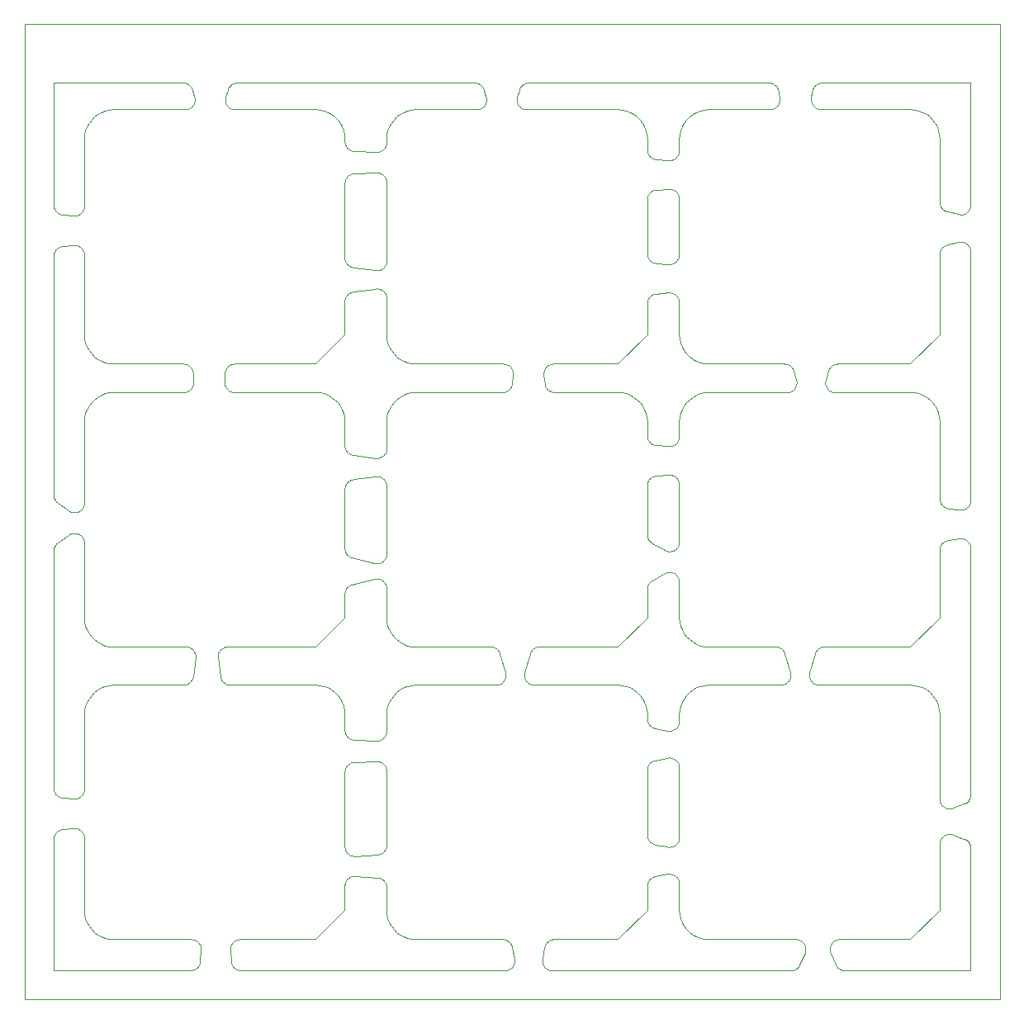
<source format=gko>
%MOIN*%
%OFA0B0*%
%FSLAX44Y44*%
%IPPOS*%
%LPD*%
%ADD10C,0*%
D10*
X00039390Y00000042D02*
X00039390Y00000042D01*
X00039390Y00039412D01*
X00000020Y00039412D01*
X00000020Y00000042D01*
X00039390Y00000042D01*
X00014637Y00009269D02*
X00014637Y00009269D01*
X00014637Y00006292D01*
X00014635Y00006263D01*
X00014632Y00006233D01*
X00014627Y00006204D01*
X00014619Y00006176D01*
X00014609Y00006148D01*
X00014597Y00006121D01*
X00014583Y00006095D01*
X00014568Y00006070D01*
X00014550Y00006046D01*
X00014531Y00006024D01*
X00014510Y00006003D01*
X00014487Y00005984D01*
X00014463Y00005966D01*
X00014438Y00005951D01*
X00014412Y00005937D01*
X00014385Y00005925D01*
X00014357Y00005916D01*
X00014329Y00005908D01*
X00014300Y00005903D01*
X00014270Y00005900D01*
X00013369Y00005837D01*
X00013337Y00005836D01*
X00013304Y00005838D01*
X00013272Y00005842D01*
X00013241Y00005849D01*
X00013210Y00005858D01*
X00013180Y00005870D01*
X00013151Y00005885D01*
X00013124Y00005902D01*
X00013098Y00005921D01*
X00013073Y00005942D01*
X00013050Y00005965D01*
X00013030Y00005989D01*
X00013011Y00006016D01*
X00012995Y00006044D01*
X00012981Y00006073D01*
X00012969Y00006103D01*
X00012960Y00006134D01*
X00012953Y00006165D01*
X00012949Y00006197D01*
X00012948Y00006230D01*
X00012948Y00009240D01*
X00012949Y00009270D01*
X00012953Y00009300D01*
X00012958Y00009330D01*
X00012966Y00009359D01*
X00012977Y00009388D01*
X00012989Y00009415D01*
X00013004Y00009442D01*
X00013020Y00009467D01*
X00013039Y00009491D01*
X00013059Y00009514D01*
X00013081Y00009535D01*
X00013104Y00009554D01*
X00013129Y00009571D01*
X00013155Y00009587D01*
X00013182Y00009600D01*
X00013210Y00009611D01*
X00013239Y00009620D01*
X00013269Y00009627D01*
X00013299Y00009631D01*
X00013329Y00009633D01*
X00014230Y00009663D01*
X00014261Y00009663D01*
X00014293Y00009660D01*
X00014324Y00009655D01*
X00014355Y00009647D01*
X00014384Y00009637D01*
X00014413Y00009624D01*
X00014441Y00009609D01*
X00014468Y00009592D01*
X00014493Y00009573D01*
X00014517Y00009552D01*
X00014538Y00009530D01*
X00014558Y00009505D01*
X00014576Y00009479D01*
X00014592Y00009452D01*
X00014605Y00009423D01*
X00014616Y00009394D01*
X00014625Y00009363D01*
X00014631Y00009332D01*
X00014635Y00009301D01*
X00014637Y00009269D01*
X00023972Y00014290D02*
X00023972Y00014290D01*
X00025153Y00015472D01*
X00025153Y00016619D01*
X00025153Y00016640D01*
X00025155Y00016661D01*
X00025158Y00016681D01*
X00025161Y00016702D01*
X00025166Y00016722D01*
X00025172Y00016742D01*
X00025179Y00016762D01*
X00025187Y00016781D01*
X00025197Y00016800D01*
X00025207Y00016818D01*
X00025218Y00016836D01*
X00025230Y00016853D01*
X00025242Y00016869D01*
X00025256Y00016885D01*
X00025270Y00016900D01*
X00025286Y00016914D01*
X00025302Y00016927D01*
X00025318Y00016940D01*
X00025336Y00016952D01*
X00025354Y00016962D01*
X00025861Y00017247D01*
X00025898Y00017265D01*
X00025936Y00017280D01*
X00025976Y00017290D01*
X00026016Y00017296D01*
X00026057Y00017297D01*
X00026098Y00017295D01*
X00026139Y00017288D01*
X00026178Y00017277D01*
X00026216Y00017262D01*
X00026253Y00017244D01*
X00026287Y00017221D01*
X00026319Y00017195D01*
X00026348Y00017166D01*
X00026373Y00017134D01*
X00026395Y00017100D01*
X00026414Y00017063D01*
X00026428Y00017025D01*
X00026439Y00016985D01*
X00026445Y00016945D01*
X00026448Y00016904D01*
X00026448Y00015472D01*
X00026460Y00015303D01*
X00026495Y00015139D01*
X00026554Y00014981D01*
X00026635Y00014833D01*
X00026736Y00014698D01*
X00026855Y00014579D01*
X00026990Y00014478D01*
X00027138Y00014397D01*
X00027296Y00014338D01*
X00027461Y00014302D01*
X00027629Y00014290D01*
X00030330Y00014290D01*
X00030356Y00014290D01*
X00030381Y00014287D01*
X00030406Y00014283D01*
X00030431Y00014277D01*
X00030455Y00014270D01*
X00030479Y00014261D01*
X00030502Y00014251D01*
X00030525Y00014239D01*
X00030546Y00014226D01*
X00030567Y00014211D01*
X00030587Y00014195D01*
X00030606Y00014178D01*
X00030623Y00014160D01*
X00030640Y00014140D01*
X00030655Y00014120D01*
X00030668Y00014098D01*
X00030681Y00014076D01*
X00030692Y00014053D01*
X00030701Y00014029D01*
X00030709Y00014005D01*
X00030925Y00013250D01*
X00030933Y00013215D01*
X00030938Y00013179D01*
X00030940Y00013142D01*
X00030939Y00013106D01*
X00030934Y00013070D01*
X00030925Y00013034D01*
X00030914Y00013000D01*
X00030899Y00012967D01*
X00030881Y00012935D01*
X00030861Y00012905D01*
X00030838Y00012877D01*
X00030812Y00012851D01*
X00030784Y00012828D01*
X00030754Y00012807D01*
X00030722Y00012789D01*
X00030689Y00012775D01*
X00030654Y00012763D01*
X00030619Y00012755D01*
X00030583Y00012750D01*
X00030547Y00012748D01*
X00027629Y00012748D01*
X00027461Y00012736D01*
X00027296Y00012700D01*
X00027138Y00012641D01*
X00026990Y00012560D01*
X00026855Y00012459D01*
X00026736Y00012340D01*
X00026635Y00012205D01*
X00026554Y00012057D01*
X00026495Y00011900D01*
X00026460Y00011735D01*
X00026448Y00011567D01*
X00026448Y00011286D01*
X00026446Y00011252D01*
X00026441Y00011218D01*
X00026434Y00011184D01*
X00026423Y00011151D01*
X00026410Y00011119D01*
X00026394Y00011088D01*
X00026375Y00011059D01*
X00026354Y00011032D01*
X00026330Y00011006D01*
X00026305Y00010983D01*
X00026277Y00010962D01*
X00026248Y00010944D01*
X00026217Y00010928D01*
X00026185Y00010915D01*
X00026152Y00010905D01*
X00026118Y00010898D01*
X00026084Y00010894D01*
X00026049Y00010893D01*
X00026014Y00010895D01*
X00025980Y00010900D01*
X00025473Y00010997D01*
X00025446Y00011003D01*
X00025420Y00011010D01*
X00025395Y00011020D01*
X00025370Y00011031D01*
X00025346Y00011044D01*
X00025323Y00011059D01*
X00025301Y00011075D01*
X00025280Y00011093D01*
X00025261Y00011112D01*
X00025243Y00011132D01*
X00025226Y00011154D01*
X00025211Y00011176D01*
X00025198Y00011200D01*
X00025186Y00011225D01*
X00025176Y00011250D01*
X00025168Y00011276D01*
X00025161Y00011302D01*
X00025156Y00011329D01*
X00025154Y00011356D01*
X00025153Y00011383D01*
X00025153Y00011567D01*
X00025141Y00011735D01*
X00025105Y00011900D01*
X00025046Y00012057D01*
X00024965Y00012205D01*
X00024864Y00012340D01*
X00024745Y00012459D01*
X00024610Y00012560D01*
X00024462Y00012641D01*
X00024304Y00012700D01*
X00024140Y00012736D01*
X00023972Y00012748D01*
X00020591Y00012748D01*
X00020555Y00012750D01*
X00020519Y00012755D01*
X00020483Y00012763D01*
X00020449Y00012775D01*
X00020415Y00012789D01*
X00020384Y00012807D01*
X00020354Y00012828D01*
X00020326Y00012851D01*
X00020300Y00012877D01*
X00020277Y00012905D01*
X00020256Y00012935D01*
X00020238Y00012967D01*
X00020224Y00013000D01*
X00020212Y00013034D01*
X00020204Y00013070D01*
X00020199Y00013106D01*
X00020197Y00013142D01*
X00020199Y00013179D01*
X00020204Y00013215D01*
X00020213Y00013250D01*
X00020429Y00014005D01*
X00020437Y00014029D01*
X00020446Y00014053D01*
X00020457Y00014076D01*
X00020469Y00014098D01*
X00020483Y00014120D01*
X00020498Y00014140D01*
X00020514Y00014160D01*
X00020532Y00014178D01*
X00020551Y00014195D01*
X00020570Y00014211D01*
X00020591Y00014226D01*
X00020613Y00014239D01*
X00020635Y00014251D01*
X00020659Y00014261D01*
X00020682Y00014270D01*
X00020707Y00014277D01*
X00020732Y00014283D01*
X00020757Y00014287D01*
X00020782Y00014290D01*
X00020807Y00014290D01*
X00023972Y00014290D01*
X00001201Y00037050D02*
X00001201Y00037050D01*
X00006421Y00037050D01*
X00006446Y00037049D01*
X00006472Y00037047D01*
X00006497Y00037043D01*
X00006522Y00037037D01*
X00006546Y00037030D01*
X00006570Y00037021D01*
X00006593Y00037010D01*
X00006616Y00036999D01*
X00006637Y00036985D01*
X00006658Y00036971D01*
X00006678Y00036955D01*
X00006697Y00036937D01*
X00006714Y00036919D01*
X00006730Y00036900D01*
X00006746Y00036879D01*
X00006759Y00036858D01*
X00006772Y00036836D01*
X00006782Y00036813D01*
X00006792Y00036789D01*
X00006799Y00036765D01*
X00006882Y00036478D01*
X00006890Y00036443D01*
X00006895Y00036407D01*
X00006897Y00036371D01*
X00006895Y00036334D01*
X00006890Y00036298D01*
X00006882Y00036263D01*
X00006870Y00036228D01*
X00006856Y00036195D01*
X00006838Y00036163D01*
X00006818Y00036133D01*
X00006794Y00036105D01*
X00006769Y00036079D01*
X00006741Y00036056D01*
X00006711Y00036035D01*
X00006679Y00036018D01*
X00006646Y00036003D01*
X00006611Y00035991D01*
X00006576Y00035983D01*
X00006539Y00035978D01*
X00006503Y00035976D01*
X00003613Y00035976D01*
X00003445Y00035964D01*
X00003280Y00035928D01*
X00003122Y00035870D01*
X00002974Y00035789D01*
X00002839Y00035688D01*
X00002720Y00035569D01*
X00002619Y00035434D01*
X00002539Y00035286D01*
X00002480Y00035128D01*
X00002444Y00034963D01*
X00002432Y00034795D01*
X00002432Y00032080D01*
X00002430Y00032047D01*
X00002426Y00032015D01*
X00002420Y00031983D01*
X00002410Y00031951D01*
X00002398Y00031921D01*
X00002384Y00031892D01*
X00002367Y00031864D01*
X00002348Y00031837D01*
X00002327Y00031812D01*
X00002304Y00031789D01*
X00002279Y00031768D01*
X00002252Y00031749D01*
X00002224Y00031733D01*
X00002195Y00031719D01*
X00002164Y00031707D01*
X00002133Y00031698D01*
X00002101Y00031691D01*
X00002068Y00031687D01*
X00002036Y00031686D01*
X00002003Y00031688D01*
X00001560Y00031727D01*
X00001531Y00031731D01*
X00001502Y00031737D01*
X00001474Y00031745D01*
X00001447Y00031755D01*
X00001420Y00031767D01*
X00001394Y00031781D01*
X00001370Y00031796D01*
X00001347Y00031814D01*
X00001325Y00031833D01*
X00001304Y00031854D01*
X00001285Y00031876D01*
X00001268Y00031900D01*
X00001253Y00031924D01*
X00001239Y00031950D01*
X00001228Y00031977D01*
X00001218Y00032005D01*
X00001211Y00032033D01*
X00001205Y00032061D01*
X00001202Y00032090D01*
X00001201Y00032120D01*
X00001201Y00037050D01*
X00038209Y00037050D02*
X00038209Y00037050D01*
X00038209Y00032123D01*
X00038207Y00032088D01*
X00038202Y00032052D01*
X00038194Y00032017D01*
X00038183Y00031984D01*
X00038169Y00031951D01*
X00038152Y00031919D01*
X00038132Y00031890D01*
X00038110Y00031862D01*
X00038085Y00031836D01*
X00038058Y00031813D01*
X00038029Y00031792D01*
X00037998Y00031774D01*
X00037965Y00031759D01*
X00037932Y00031747D01*
X00037897Y00031738D01*
X00037862Y00031732D01*
X00037826Y00031730D01*
X00037791Y00031730D01*
X00037755Y00031734D01*
X00037720Y00031741D01*
X00037262Y00031855D01*
X00037237Y00031862D01*
X00037213Y00031871D01*
X00037189Y00031882D01*
X00037165Y00031894D01*
X00037143Y00031907D01*
X00037122Y00031922D01*
X00037101Y00031938D01*
X00037082Y00031956D01*
X00037064Y00031975D01*
X00037047Y00031995D01*
X00037032Y00032016D01*
X00037018Y00032038D01*
X00037005Y00032061D01*
X00036994Y00032085D01*
X00036985Y00032109D01*
X00036977Y00032134D01*
X00036971Y00032159D01*
X00036967Y00032185D01*
X00036965Y00032211D01*
X00036964Y00032237D01*
X00036964Y00034795D01*
X00036952Y00034963D01*
X00036916Y00035128D01*
X00036857Y00035286D01*
X00036776Y00035434D01*
X00036675Y00035569D01*
X00036556Y00035688D01*
X00036421Y00035789D01*
X00036273Y00035870D01*
X00036115Y00035928D01*
X00035951Y00035964D01*
X00035783Y00035976D01*
X00032171Y00035976D01*
X00032137Y00035978D01*
X00032104Y00035982D01*
X00032072Y00035989D01*
X00032040Y00035999D01*
X00032009Y00036011D01*
X00031979Y00036026D01*
X00031951Y00036044D01*
X00031924Y00036063D01*
X00031899Y00036085D01*
X00031876Y00036109D01*
X00031855Y00036135D01*
X00031836Y00036163D01*
X00031820Y00036192D01*
X00031806Y00036222D01*
X00031795Y00036254D01*
X00031786Y00036286D01*
X00031780Y00036319D01*
X00031777Y00036352D01*
X00031777Y00036386D01*
X00031780Y00036419D01*
X00031816Y00036705D01*
X00031820Y00036733D01*
X00031827Y00036761D01*
X00031836Y00036788D01*
X00031846Y00036814D01*
X00031858Y00036840D01*
X00031873Y00036865D01*
X00031889Y00036888D01*
X00031906Y00036911D01*
X00031925Y00036932D01*
X00031946Y00036951D01*
X00031968Y00036969D01*
X00031991Y00036986D01*
X00032016Y00037001D01*
X00032041Y00037013D01*
X00032067Y00037024D01*
X00032094Y00037034D01*
X00032122Y00037041D01*
X00032150Y00037046D01*
X00032178Y00037049D01*
X00032207Y00037050D01*
X00038209Y00037050D01*
X00038209Y00001223D02*
X00038209Y00001223D01*
X00033122Y00001223D01*
X00033100Y00001224D01*
X00033077Y00001226D01*
X00033054Y00001229D01*
X00033032Y00001234D01*
X00033009Y00001240D01*
X00032988Y00001247D01*
X00032966Y00001255D01*
X00032946Y00001265D01*
X00032925Y00001276D01*
X00032906Y00001288D01*
X00032887Y00001301D01*
X00032869Y00001315D01*
X00032852Y00001331D01*
X00032836Y00001347D01*
X00032821Y00001364D01*
X00032806Y00001382D01*
X00032793Y00001401D01*
X00032781Y00001420D01*
X00032770Y00001441D01*
X00032761Y00001461D01*
X00032559Y00001930D01*
X00032546Y00001967D01*
X00032536Y00002004D01*
X00032530Y00002043D01*
X00032527Y00002082D01*
X00032529Y00002120D01*
X00032534Y00002159D01*
X00032543Y00002197D01*
X00032556Y00002234D01*
X00032572Y00002269D01*
X00032592Y00002302D01*
X00032615Y00002334D01*
X00032641Y00002363D01*
X00032670Y00002389D01*
X00032701Y00002412D01*
X00032734Y00002432D01*
X00032769Y00002449D01*
X00032806Y00002462D01*
X00032844Y00002472D01*
X00032882Y00002478D01*
X00032921Y00002479D01*
X00035783Y00002479D01*
X00036964Y00003661D01*
X00036964Y00006333D01*
X00036965Y00006371D01*
X00036971Y00006408D01*
X00036980Y00006445D01*
X00036992Y00006481D01*
X00037008Y00006515D01*
X00037027Y00006548D01*
X00037050Y00006578D01*
X00037075Y00006607D01*
X00037102Y00006633D01*
X00037132Y00006656D01*
X00037164Y00006676D01*
X00037198Y00006693D01*
X00037233Y00006707D01*
X00037270Y00006717D01*
X00037307Y00006723D01*
X00037345Y00006726D01*
X00037383Y00006726D01*
X00037420Y00006722D01*
X00037457Y00006714D01*
X00037493Y00006702D01*
X00037951Y00006534D01*
X00037973Y00006525D01*
X00037995Y00006515D01*
X00038016Y00006503D01*
X00038036Y00006490D01*
X00038056Y00006476D01*
X00038074Y00006461D01*
X00038092Y00006445D01*
X00038108Y00006427D01*
X00038124Y00006409D01*
X00038138Y00006390D01*
X00038151Y00006370D01*
X00038163Y00006349D01*
X00038174Y00006327D01*
X00038183Y00006305D01*
X00038191Y00006282D01*
X00038197Y00006259D01*
X00038202Y00006236D01*
X00038206Y00006212D01*
X00038208Y00006188D01*
X00038209Y00006164D01*
X00038209Y00001223D01*
X00019407Y00001223D02*
X00019407Y00001223D01*
X00008750Y00001223D01*
X00008720Y00001224D01*
X00008690Y00001228D01*
X00008661Y00001233D01*
X00008632Y00001241D01*
X00008604Y00001251D01*
X00008577Y00001263D01*
X00008551Y00001277D01*
X00008526Y00001293D01*
X00008502Y00001311D01*
X00008480Y00001330D01*
X00008459Y00001351D01*
X00008440Y00001374D01*
X00008422Y00001398D01*
X00008407Y00001424D01*
X00008393Y00001450D01*
X00008381Y00001477D01*
X00008372Y00001506D01*
X00008365Y00001534D01*
X00008360Y00001564D01*
X00008357Y00001593D01*
X00008329Y00002062D01*
X00008328Y00002094D01*
X00008330Y00002126D01*
X00008335Y00002158D01*
X00008342Y00002189D01*
X00008351Y00002220D01*
X00008364Y00002250D01*
X00008378Y00002278D01*
X00008395Y00002306D01*
X00008414Y00002331D01*
X00008435Y00002356D01*
X00008458Y00002378D01*
X00008483Y00002399D01*
X00008509Y00002417D01*
X00008537Y00002433D01*
X00008566Y00002447D01*
X00008595Y00002459D01*
X00008626Y00002468D01*
X00008658Y00002474D01*
X00008690Y00002478D01*
X00008722Y00002479D01*
X00011767Y00002479D01*
X00012948Y00003661D01*
X00012948Y00004643D01*
X00012949Y00004675D01*
X00012953Y00004707D01*
X00012960Y00004739D01*
X00012969Y00004770D01*
X00012981Y00004800D01*
X00012995Y00004829D01*
X00013011Y00004857D01*
X00013030Y00004883D01*
X00013050Y00004908D01*
X00013073Y00004931D01*
X00013098Y00004952D01*
X00013124Y00004971D01*
X00013151Y00004987D01*
X00013180Y00005002D01*
X00013210Y00005014D01*
X00013241Y00005023D01*
X00013272Y00005030D01*
X00013304Y00005035D01*
X00013337Y00005036D01*
X00013369Y00005036D01*
X00014270Y00004973D01*
X00014300Y00004970D01*
X00014329Y00004964D01*
X00014357Y00004957D01*
X00014385Y00004947D01*
X00014412Y00004935D01*
X00014438Y00004922D01*
X00014463Y00004906D01*
X00014487Y00004889D01*
X00014510Y00004869D01*
X00014531Y00004849D01*
X00014550Y00004826D01*
X00014568Y00004802D01*
X00014583Y00004777D01*
X00014597Y00004751D01*
X00014609Y00004724D01*
X00014619Y00004696D01*
X00014627Y00004668D01*
X00014632Y00004639D01*
X00014635Y00004610D01*
X00014637Y00004580D01*
X00014637Y00003661D01*
X00014649Y00003492D01*
X00014684Y00003328D01*
X00014743Y00003170D01*
X00014824Y00003022D01*
X00014925Y00002887D01*
X00015044Y00002768D01*
X00015179Y00002667D01*
X00015327Y00002586D01*
X00015485Y00002527D01*
X00015650Y00002491D01*
X00015818Y00002479D01*
X00019321Y00002479D01*
X00019348Y00002478D01*
X00019376Y00002476D01*
X00019403Y00002471D01*
X00019429Y00002464D01*
X00019455Y00002456D01*
X00019481Y00002446D01*
X00019505Y00002434D01*
X00019529Y00002420D01*
X00019552Y00002405D01*
X00019573Y00002388D01*
X00019594Y00002370D01*
X00019613Y00002350D01*
X00019630Y00002329D01*
X00019647Y00002307D01*
X00019661Y00002284D01*
X00019674Y00002260D01*
X00019685Y00002235D01*
X00019695Y00002209D01*
X00019703Y00002183D01*
X00019708Y00002156D01*
X00019794Y00001687D01*
X00019799Y00001653D01*
X00019800Y00001619D01*
X00019799Y00001584D01*
X00019795Y00001550D01*
X00019787Y00001517D01*
X00019777Y00001484D01*
X00019764Y00001452D01*
X00019748Y00001421D01*
X00019730Y00001392D01*
X00019709Y00001365D01*
X00019686Y00001339D01*
X00019660Y00001316D01*
X00019633Y00001295D01*
X00019604Y00001276D01*
X00019574Y00001260D01*
X00019542Y00001247D01*
X00019509Y00001237D01*
X00019475Y00001229D01*
X00019441Y00001225D01*
X00019407Y00001223D01*
X00006722Y00001223D02*
X00006722Y00001223D01*
X00001201Y00001223D01*
X00001201Y00006528D01*
X00001202Y00006557D01*
X00001205Y00006586D01*
X00001211Y00006615D01*
X00001218Y00006643D01*
X00001228Y00006671D01*
X00001239Y00006697D01*
X00001253Y00006723D01*
X00001268Y00006748D01*
X00001285Y00006772D01*
X00001304Y00006794D01*
X00001325Y00006815D01*
X00001347Y00006834D01*
X00001370Y00006851D01*
X00001394Y00006867D01*
X00001420Y00006881D01*
X00001447Y00006893D01*
X00001474Y00006903D01*
X00001502Y00006911D01*
X00001531Y00006917D01*
X00001560Y00006920D01*
X00002003Y00006960D01*
X00002036Y00006962D01*
X00002068Y00006960D01*
X00002101Y00006957D01*
X00002133Y00006950D01*
X00002164Y00006941D01*
X00002195Y00006929D01*
X00002224Y00006915D01*
X00002252Y00006898D01*
X00002279Y00006879D01*
X00002304Y00006858D01*
X00002327Y00006835D01*
X00002348Y00006810D01*
X00002367Y00006784D01*
X00002384Y00006756D01*
X00002398Y00006727D01*
X00002410Y00006696D01*
X00002420Y00006665D01*
X00002426Y00006633D01*
X00002430Y00006600D01*
X00002432Y00006568D01*
X00002432Y00003661D01*
X00002444Y00003492D01*
X00002480Y00003328D01*
X00002539Y00003170D01*
X00002619Y00003022D01*
X00002720Y00002887D01*
X00002839Y00002768D01*
X00002974Y00002667D01*
X00003122Y00002586D01*
X00003280Y00002527D01*
X00003445Y00002491D01*
X00003613Y00002479D01*
X00006750Y00002479D01*
X00006782Y00002478D01*
X00006814Y00002474D01*
X00006845Y00002468D01*
X00006876Y00002459D01*
X00006906Y00002447D01*
X00006935Y00002433D01*
X00006963Y00002417D01*
X00006989Y00002399D01*
X00007014Y00002378D01*
X00007036Y00002356D01*
X00007057Y00002331D01*
X00007076Y00002306D01*
X00007093Y00002278D01*
X00007108Y00002250D01*
X00007120Y00002220D01*
X00007130Y00002189D01*
X00007137Y00002158D01*
X00007141Y00002126D01*
X00007143Y00002094D01*
X00007143Y00002062D01*
X00007115Y00001593D01*
X00007112Y00001564D01*
X00007107Y00001534D01*
X00007100Y00001506D01*
X00007090Y00001477D01*
X00007078Y00001450D01*
X00007065Y00001424D01*
X00007049Y00001398D01*
X00007032Y00001374D01*
X00007013Y00001351D01*
X00006992Y00001330D01*
X00006969Y00001311D01*
X00006946Y00001293D01*
X00006921Y00001277D01*
X00006894Y00001263D01*
X00006867Y00001251D01*
X00006839Y00001241D01*
X00006810Y00001233D01*
X00006781Y00001228D01*
X00006752Y00001224D01*
X00006722Y00001223D01*
X00011767Y00025708D02*
X00011767Y00025708D01*
X00012948Y00026889D01*
X00012948Y00028226D01*
X00012949Y00028254D01*
X00012952Y00028282D01*
X00012957Y00028310D01*
X00012964Y00028337D01*
X00012973Y00028364D01*
X00012984Y00028390D01*
X00012997Y00028415D01*
X00013011Y00028439D01*
X00013027Y00028463D01*
X00013045Y00028485D01*
X00013064Y00028505D01*
X00013085Y00028524D01*
X00013107Y00028542D01*
X00013131Y00028558D01*
X00013155Y00028572D01*
X00013180Y00028585D01*
X00013207Y00028595D01*
X00013233Y00028604D01*
X00013261Y00028611D01*
X00013289Y00028616D01*
X00014190Y00028738D01*
X00014223Y00028741D01*
X00014257Y00028741D01*
X00014290Y00028739D01*
X00014323Y00028733D01*
X00014356Y00028725D01*
X00014388Y00028714D01*
X00014418Y00028700D01*
X00014448Y00028684D01*
X00014476Y00028665D01*
X00014502Y00028644D01*
X00014526Y00028621D01*
X00014548Y00028596D01*
X00014568Y00028569D01*
X00014586Y00028541D01*
X00014601Y00028511D01*
X00014614Y00028480D01*
X00014624Y00028448D01*
X00014631Y00028415D01*
X00014635Y00028382D01*
X00014637Y00028348D01*
X00014637Y00026889D01*
X00014649Y00026721D01*
X00014684Y00026556D01*
X00014743Y00026398D01*
X00014824Y00026250D01*
X00014925Y00026115D01*
X00015044Y00025996D01*
X00015179Y00025895D01*
X00015327Y00025815D01*
X00015485Y00025756D01*
X00015650Y00025720D01*
X00015818Y00025708D01*
X00019351Y00025708D01*
X00019384Y00025706D01*
X00019417Y00025702D01*
X00019450Y00025695D01*
X00019481Y00025686D01*
X00019512Y00025673D01*
X00019542Y00025658D01*
X00019570Y00025641D01*
X00019597Y00025621D01*
X00019622Y00025600D01*
X00019645Y00025576D01*
X00019666Y00025550D01*
X00019685Y00025523D01*
X00019701Y00025494D01*
X00019715Y00025464D01*
X00019726Y00025432D01*
X00019735Y00025400D01*
X00019741Y00025368D01*
X00019744Y00025335D01*
X00019744Y00025301D01*
X00019742Y00025268D01*
X00019700Y00024907D01*
X00019695Y00024879D01*
X00019689Y00024851D01*
X00019680Y00024823D01*
X00019670Y00024797D01*
X00019658Y00024771D01*
X00019644Y00024746D01*
X00019628Y00024722D01*
X00019610Y00024700D01*
X00019591Y00024678D01*
X00019570Y00024658D01*
X00019548Y00024640D01*
X00019525Y00024624D01*
X00019500Y00024609D01*
X00019475Y00024596D01*
X00019449Y00024585D01*
X00019421Y00024575D01*
X00019394Y00024568D01*
X00019366Y00024563D01*
X00019337Y00024560D01*
X00019309Y00024559D01*
X00015818Y00024559D01*
X00015650Y00024547D01*
X00015485Y00024511D01*
X00015327Y00024452D01*
X00015179Y00024371D01*
X00015044Y00024270D01*
X00014925Y00024151D01*
X00014824Y00024016D01*
X00014743Y00023868D01*
X00014684Y00023711D01*
X00014649Y00023546D01*
X00014637Y00023378D01*
X00014637Y00022294D01*
X00014635Y00022260D01*
X00014631Y00022227D01*
X00014624Y00022194D01*
X00014614Y00022162D01*
X00014601Y00022131D01*
X00014586Y00022101D01*
X00014568Y00022072D01*
X00014548Y00022045D01*
X00014526Y00022020D01*
X00014502Y00021997D01*
X00014476Y00021976D01*
X00014448Y00021957D01*
X00014418Y00021941D01*
X00014388Y00021927D01*
X00014356Y00021916D01*
X00014323Y00021908D01*
X00014290Y00021903D01*
X00014257Y00021900D01*
X00014223Y00021900D01*
X00014190Y00021903D01*
X00013289Y00022026D01*
X00013261Y00022031D01*
X00013233Y00022037D01*
X00013207Y00022046D01*
X00013180Y00022057D01*
X00013155Y00022069D01*
X00013131Y00022084D01*
X00013107Y00022100D01*
X00013085Y00022117D01*
X00013064Y00022136D01*
X00013045Y00022157D01*
X00013027Y00022179D01*
X00013011Y00022202D01*
X00012997Y00022226D01*
X00012984Y00022252D01*
X00012973Y00022278D01*
X00012964Y00022304D01*
X00012957Y00022332D01*
X00012952Y00022360D01*
X00012949Y00022388D01*
X00012948Y00022416D01*
X00012948Y00023378D01*
X00012936Y00023546D01*
X00012900Y00023711D01*
X00012841Y00023868D01*
X00012760Y00024016D01*
X00012659Y00024151D01*
X00012540Y00024270D01*
X00012405Y00024371D01*
X00012257Y00024452D01*
X00012100Y00024511D01*
X00011935Y00024547D01*
X00011767Y00024559D01*
X00008493Y00024559D01*
X00008462Y00024560D01*
X00008431Y00024564D01*
X00008400Y00024570D01*
X00008370Y00024579D01*
X00008341Y00024590D01*
X00008312Y00024603D01*
X00008285Y00024619D01*
X00008259Y00024636D01*
X00008235Y00024656D01*
X00008212Y00024677D01*
X00008191Y00024701D01*
X00008172Y00024725D01*
X00008155Y00024752D01*
X00008140Y00024779D01*
X00008127Y00024808D01*
X00008117Y00024838D01*
X00008109Y00024868D01*
X00008103Y00024899D01*
X00008100Y00024930D01*
X00008100Y00024961D01*
X00008108Y00025323D01*
X00008109Y00025353D01*
X00008114Y00025383D01*
X00008120Y00025413D01*
X00008129Y00025442D01*
X00008140Y00025471D01*
X00008153Y00025498D01*
X00008168Y00025524D01*
X00008186Y00025550D01*
X00008205Y00025573D01*
X00008226Y00025595D01*
X00008248Y00025616D01*
X00008272Y00025635D01*
X00008298Y00025651D01*
X00008325Y00025666D01*
X00008352Y00025679D01*
X00008381Y00025689D01*
X00008410Y00025697D01*
X00008440Y00025703D01*
X00008471Y00025707D01*
X00008501Y00025708D01*
X00011767Y00025708D01*
X00001201Y00018170D02*
X00001201Y00018170D01*
X00001202Y00018189D01*
X00001203Y00018208D01*
X00001205Y00018227D01*
X00001208Y00018246D01*
X00001212Y00018264D01*
X00001217Y00018282D01*
X00001223Y00018300D01*
X00001230Y00018318D01*
X00001237Y00018336D01*
X00001246Y00018353D01*
X00001255Y00018369D01*
X00001265Y00018385D01*
X00001276Y00018401D01*
X00001287Y00018416D01*
X00001299Y00018431D01*
X00001312Y00018444D01*
X00001326Y00018458D01*
X00001340Y00018470D01*
X00001355Y00018482D01*
X00001370Y00018493D01*
X00001813Y00018802D01*
X00001850Y00018824D01*
X00001888Y00018843D01*
X00001929Y00018857D01*
X00001971Y00018866D01*
X00002013Y00018872D01*
X00002056Y00018872D01*
X00002099Y00018868D01*
X00002141Y00018859D01*
X00002181Y00018845D01*
X00002220Y00018828D01*
X00002257Y00018806D01*
X00002292Y00018780D01*
X00002323Y00018751D01*
X00002351Y00018718D01*
X00002375Y00018683D01*
X00002395Y00018645D01*
X00002411Y00018605D01*
X00002422Y00018564D01*
X00002429Y00018521D01*
X00002432Y00018479D01*
X00002432Y00015472D01*
X00002444Y00015303D01*
X00002480Y00015139D01*
X00002539Y00014981D01*
X00002619Y00014833D01*
X00002720Y00014698D01*
X00002839Y00014579D01*
X00002974Y00014478D01*
X00003122Y00014397D01*
X00003280Y00014338D01*
X00003445Y00014302D01*
X00003613Y00014290D01*
X00006533Y00014290D01*
X00006566Y00014289D01*
X00006600Y00014285D01*
X00006632Y00014278D01*
X00006664Y00014268D01*
X00006695Y00014255D01*
X00006725Y00014240D01*
X00006754Y00014223D01*
X00006781Y00014203D01*
X00006806Y00014181D01*
X00006829Y00014156D01*
X00006850Y00014130D01*
X00006869Y00014103D01*
X00006885Y00014073D01*
X00006899Y00014043D01*
X00006910Y00014011D01*
X00006918Y00013979D01*
X00006924Y00013946D01*
X00006926Y00013913D01*
X00006926Y00013879D01*
X00006923Y00013846D01*
X00006825Y00013091D01*
X00006820Y00013063D01*
X00006813Y00013035D01*
X00006805Y00013008D01*
X00006794Y00012982D01*
X00006782Y00012956D01*
X00006767Y00012932D01*
X00006751Y00012908D01*
X00006734Y00012886D01*
X00006715Y00012865D01*
X00006694Y00012846D01*
X00006672Y00012828D01*
X00006649Y00012812D01*
X00006625Y00012797D01*
X00006599Y00012784D01*
X00006573Y00012773D01*
X00006546Y00012764D01*
X00006519Y00012757D01*
X00006491Y00012752D01*
X00006463Y00012749D01*
X00006434Y00012748D01*
X00003613Y00012748D01*
X00003445Y00012736D01*
X00003280Y00012700D01*
X00003122Y00012641D01*
X00002974Y00012560D01*
X00002839Y00012459D01*
X00002720Y00012340D01*
X00002619Y00012205D01*
X00002539Y00012057D01*
X00002480Y00011900D01*
X00002444Y00011735D01*
X00002432Y00011567D01*
X00002432Y00008543D01*
X00002430Y00008510D01*
X00002426Y00008478D01*
X00002420Y00008446D01*
X00002410Y00008415D01*
X00002398Y00008384D01*
X00002384Y00008355D01*
X00002367Y00008327D01*
X00002348Y00008300D01*
X00002327Y00008275D01*
X00002304Y00008252D01*
X00002279Y00008231D01*
X00002252Y00008212D01*
X00002224Y00008196D01*
X00002195Y00008182D01*
X00002164Y00008170D01*
X00002133Y00008161D01*
X00002101Y00008154D01*
X00002068Y00008150D01*
X00002036Y00008149D01*
X00002003Y00008151D01*
X00001560Y00008191D01*
X00001531Y00008194D01*
X00001502Y00008200D01*
X00001474Y00008208D01*
X00001447Y00008218D01*
X00001420Y00008230D01*
X00001394Y00008244D01*
X00001370Y00008260D01*
X00001347Y00008277D01*
X00001325Y00008296D01*
X00001304Y00008317D01*
X00001285Y00008339D01*
X00001268Y00008363D01*
X00001253Y00008388D01*
X00001239Y00008413D01*
X00001228Y00008440D01*
X00001218Y00008468D01*
X00001211Y00008496D01*
X00001205Y00008525D01*
X00001202Y00008554D01*
X00001201Y00008583D01*
X00001201Y00018170D01*
X00001201Y00030065D02*
X00001201Y00030065D01*
X00001202Y00030094D01*
X00001205Y00030123D01*
X00001211Y00030152D01*
X00001218Y00030180D01*
X00001228Y00030207D01*
X00001239Y00030234D01*
X00001253Y00030260D01*
X00001268Y00030285D01*
X00001285Y00030308D01*
X00001304Y00030331D01*
X00001325Y00030351D01*
X00001347Y00030371D01*
X00001370Y00030388D01*
X00001394Y00030404D01*
X00001420Y00030418D01*
X00001447Y00030430D01*
X00001474Y00030440D01*
X00001502Y00030448D01*
X00001531Y00030453D01*
X00001560Y00030457D01*
X00002003Y00030497D01*
X00002036Y00030498D01*
X00002068Y00030497D01*
X00002101Y00030493D01*
X00002133Y00030487D01*
X00002164Y00030478D01*
X00002195Y00030466D01*
X00002224Y00030452D01*
X00002252Y00030435D01*
X00002279Y00030416D01*
X00002304Y00030395D01*
X00002327Y00030372D01*
X00002348Y00030347D01*
X00002367Y00030321D01*
X00002384Y00030293D01*
X00002398Y00030263D01*
X00002410Y00030233D01*
X00002420Y00030202D01*
X00002426Y00030170D01*
X00002430Y00030137D01*
X00002432Y00030105D01*
X00002432Y00026889D01*
X00002444Y00026721D01*
X00002480Y00026556D01*
X00002539Y00026398D01*
X00002619Y00026250D01*
X00002720Y00026115D01*
X00002839Y00025996D01*
X00002974Y00025895D01*
X00003122Y00025815D01*
X00003280Y00025756D01*
X00003445Y00025720D01*
X00003613Y00025708D01*
X00006429Y00025708D01*
X00006460Y00025707D01*
X00006490Y00025703D01*
X00006520Y00025697D01*
X00006549Y00025689D01*
X00006578Y00025679D01*
X00006606Y00025666D01*
X00006632Y00025651D01*
X00006658Y00025635D01*
X00006682Y00025616D01*
X00006705Y00025595D01*
X00006726Y00025573D01*
X00006745Y00025550D01*
X00006762Y00025524D01*
X00006777Y00025498D01*
X00006791Y00025471D01*
X00006802Y00025442D01*
X00006810Y00025413D01*
X00006817Y00025383D01*
X00006821Y00025353D01*
X00006823Y00025323D01*
X00006831Y00024961D01*
X00006830Y00024930D01*
X00006827Y00024899D01*
X00006822Y00024868D01*
X00006814Y00024838D01*
X00006803Y00024808D01*
X00006791Y00024779D01*
X00006776Y00024752D01*
X00006759Y00024725D01*
X00006740Y00024701D01*
X00006719Y00024677D01*
X00006696Y00024656D01*
X00006671Y00024636D01*
X00006645Y00024619D01*
X00006618Y00024603D01*
X00006590Y00024590D01*
X00006560Y00024579D01*
X00006530Y00024570D01*
X00006500Y00024564D01*
X00006468Y00024560D01*
X00006437Y00024559D01*
X00003613Y00024559D01*
X00003445Y00024547D01*
X00003280Y00024511D01*
X00003122Y00024452D01*
X00002974Y00024371D01*
X00002839Y00024270D01*
X00002720Y00024151D01*
X00002619Y00024016D01*
X00002539Y00023868D01*
X00002480Y00023711D01*
X00002444Y00023546D01*
X00002432Y00023378D01*
X00002432Y00020103D01*
X00002429Y00020060D01*
X00002422Y00020018D01*
X00002411Y00019977D01*
X00002395Y00019937D01*
X00002375Y00019899D01*
X00002351Y00019864D01*
X00002323Y00019831D01*
X00002292Y00019802D01*
X00002257Y00019776D01*
X00002220Y00019754D01*
X00002181Y00019736D01*
X00002141Y00019723D01*
X00002099Y00019714D01*
X00002056Y00019710D01*
X00002013Y00019710D01*
X00001971Y00019715D01*
X00001929Y00019725D01*
X00001888Y00019739D01*
X00001850Y00019757D01*
X00001813Y00019780D01*
X00001370Y00020088D01*
X00001355Y00020099D01*
X00001340Y00020111D01*
X00001326Y00020124D01*
X00001312Y00020137D01*
X00001299Y00020151D01*
X00001287Y00020166D01*
X00001276Y00020181D01*
X00001265Y00020196D01*
X00001255Y00020212D01*
X00001246Y00020229D01*
X00001237Y00020246D01*
X00001230Y00020263D01*
X00001223Y00020281D01*
X00001217Y00020299D01*
X00001212Y00020318D01*
X00001208Y00020336D01*
X00001205Y00020355D01*
X00001203Y00020374D01*
X00001202Y00020392D01*
X00001201Y00020411D01*
X00001201Y00030065D01*
X00018189Y00037050D02*
X00018189Y00037050D01*
X00018215Y00037049D01*
X00018240Y00037047D01*
X00018265Y00037043D01*
X00018290Y00037037D01*
X00018314Y00037030D01*
X00018338Y00037021D01*
X00018361Y00037010D01*
X00018384Y00036999D01*
X00018406Y00036985D01*
X00018426Y00036971D01*
X00018446Y00036955D01*
X00018465Y00036937D01*
X00018483Y00036919D01*
X00018499Y00036900D01*
X00018514Y00036879D01*
X00018528Y00036858D01*
X00018540Y00036836D01*
X00018551Y00036813D01*
X00018560Y00036789D01*
X00018568Y00036765D01*
X00018650Y00036478D01*
X00018658Y00036443D01*
X00018664Y00036407D01*
X00018665Y00036371D01*
X00018664Y00036334D01*
X00018659Y00036298D01*
X00018650Y00036263D01*
X00018639Y00036228D01*
X00018624Y00036195D01*
X00018607Y00036163D01*
X00018586Y00036133D01*
X00018563Y00036105D01*
X00018537Y00036079D01*
X00018509Y00036056D01*
X00018479Y00036035D01*
X00018447Y00036018D01*
X00018414Y00036003D01*
X00018379Y00035991D01*
X00018344Y00035983D01*
X00018308Y00035978D01*
X00018272Y00035976D01*
X00015818Y00035976D01*
X00015650Y00035964D01*
X00015485Y00035928D01*
X00015327Y00035870D01*
X00015179Y00035789D01*
X00015044Y00035688D01*
X00014925Y00035569D01*
X00014824Y00035434D01*
X00014743Y00035286D01*
X00014684Y00035128D01*
X00014649Y00034963D01*
X00014637Y00034795D01*
X00014637Y00034654D01*
X00014635Y00034622D01*
X00014631Y00034591D01*
X00014625Y00034560D01*
X00014616Y00034530D01*
X00014605Y00034500D01*
X00014592Y00034471D01*
X00014576Y00034444D01*
X00014558Y00034418D01*
X00014538Y00034394D01*
X00014517Y00034371D01*
X00014493Y00034350D01*
X00014468Y00034331D01*
X00014441Y00034314D01*
X00014413Y00034299D01*
X00014384Y00034286D01*
X00014355Y00034276D01*
X00014324Y00034268D01*
X00014293Y00034263D01*
X00014261Y00034260D01*
X00014230Y00034260D01*
X00013329Y00034290D01*
X00013299Y00034292D01*
X00013269Y00034296D01*
X00013239Y00034303D01*
X00013210Y00034312D01*
X00013182Y00034323D01*
X00013155Y00034337D01*
X00013129Y00034352D01*
X00013104Y00034369D01*
X00013081Y00034388D01*
X00013059Y00034409D01*
X00013039Y00034432D01*
X00013020Y00034456D01*
X00013004Y00034481D01*
X00012989Y00034508D01*
X00012977Y00034536D01*
X00012966Y00034564D01*
X00012958Y00034593D01*
X00012953Y00034623D01*
X00012949Y00034653D01*
X00012948Y00034683D01*
X00012948Y00034795D01*
X00012936Y00034963D01*
X00012900Y00035128D01*
X00012841Y00035286D01*
X00012760Y00035434D01*
X00012659Y00035569D01*
X00012540Y00035688D01*
X00012405Y00035789D01*
X00012257Y00035870D01*
X00012100Y00035928D01*
X00011935Y00035964D01*
X00011767Y00035976D01*
X00008517Y00035976D01*
X00008481Y00035978D01*
X00008445Y00035983D01*
X00008410Y00035991D01*
X00008375Y00036003D01*
X00008342Y00036018D01*
X00008310Y00036035D01*
X00008280Y00036056D01*
X00008252Y00036079D01*
X00008226Y00036105D01*
X00008203Y00036133D01*
X00008182Y00036163D01*
X00008165Y00036195D01*
X00008150Y00036228D01*
X00008139Y00036263D01*
X00008130Y00036298D01*
X00008125Y00036334D01*
X00008124Y00036371D01*
X00008126Y00036407D01*
X00008131Y00036443D01*
X00008139Y00036478D01*
X00008221Y00036765D01*
X00008229Y00036789D01*
X00008238Y00036813D01*
X00008249Y00036836D01*
X00008261Y00036858D01*
X00008275Y00036879D01*
X00008290Y00036900D01*
X00008307Y00036919D01*
X00008324Y00036937D01*
X00008343Y00036955D01*
X00008363Y00036971D01*
X00008383Y00036985D01*
X00008405Y00036999D01*
X00008428Y00037010D01*
X00008451Y00037021D01*
X00008475Y00037030D01*
X00008499Y00037037D01*
X00008524Y00037043D01*
X00008549Y00037047D01*
X00008574Y00037049D01*
X00008600Y00037050D01*
X00018189Y00037050D01*
X00030068Y00037050D02*
X00030068Y00037050D01*
X00030097Y00037049D01*
X00030125Y00037046D01*
X00030153Y00037041D01*
X00030180Y00037034D01*
X00030207Y00037024D01*
X00030234Y00037013D01*
X00030259Y00037001D01*
X00030283Y00036986D01*
X00030307Y00036969D01*
X00030329Y00036951D01*
X00030349Y00036932D01*
X00030368Y00036911D01*
X00030386Y00036888D01*
X00030402Y00036865D01*
X00030416Y00036840D01*
X00030429Y00036814D01*
X00030439Y00036788D01*
X00030448Y00036761D01*
X00030454Y00036733D01*
X00030459Y00036705D01*
X00030495Y00036419D01*
X00030497Y00036386D01*
X00030497Y00036352D01*
X00030494Y00036319D01*
X00030489Y00036286D01*
X00030480Y00036254D01*
X00030469Y00036222D01*
X00030455Y00036192D01*
X00030439Y00036163D01*
X00030420Y00036135D01*
X00030399Y00036109D01*
X00030376Y00036085D01*
X00030351Y00036063D01*
X00030324Y00036044D01*
X00030296Y00036026D01*
X00030266Y00036011D01*
X00030235Y00035999D01*
X00030203Y00035989D01*
X00030170Y00035982D01*
X00030137Y00035978D01*
X00030104Y00035976D01*
X00027629Y00035976D01*
X00027461Y00035964D01*
X00027296Y00035928D01*
X00027138Y00035870D01*
X00026990Y00035789D01*
X00026855Y00035688D01*
X00026736Y00035569D01*
X00026635Y00035434D01*
X00026554Y00035286D01*
X00026495Y00035128D01*
X00026460Y00034963D01*
X00026448Y00034795D01*
X00026448Y00034315D01*
X00026446Y00034283D01*
X00026442Y00034251D01*
X00026436Y00034219D01*
X00026426Y00034188D01*
X00026415Y00034158D01*
X00026401Y00034129D01*
X00026384Y00034101D01*
X00026365Y00034075D01*
X00026345Y00034050D01*
X00026322Y00034027D01*
X00026297Y00034006D01*
X00026271Y00033987D01*
X00026243Y00033970D01*
X00026214Y00033956D01*
X00026184Y00033944D01*
X00026153Y00033934D01*
X00026122Y00033928D01*
X00026090Y00033923D01*
X00026057Y00033922D01*
X00026025Y00033923D01*
X00025518Y00033960D01*
X00025488Y00033963D01*
X00025459Y00033969D01*
X00025431Y00033976D01*
X00025403Y00033986D01*
X00025376Y00033998D01*
X00025350Y00034011D01*
X00025325Y00034027D01*
X00025301Y00034045D01*
X00025279Y00034064D01*
X00025258Y00034085D01*
X00025239Y00034107D01*
X00025221Y00034131D01*
X00025205Y00034156D01*
X00025192Y00034182D01*
X00025180Y00034209D01*
X00025170Y00034236D01*
X00025163Y00034265D01*
X00025157Y00034294D01*
X00025154Y00034323D01*
X00025153Y00034353D01*
X00025153Y00034795D01*
X00025141Y00034963D01*
X00025105Y00035128D01*
X00025046Y00035286D01*
X00024965Y00035434D01*
X00024864Y00035569D01*
X00024745Y00035688D01*
X00024610Y00035789D01*
X00024462Y00035870D01*
X00024304Y00035928D01*
X00024140Y00035964D01*
X00023972Y00035976D01*
X00020286Y00035976D01*
X00020250Y00035978D01*
X00020213Y00035983D01*
X00020178Y00035991D01*
X00020144Y00036003D01*
X00020110Y00036018D01*
X00020078Y00036035D01*
X00020048Y00036056D01*
X00020020Y00036079D01*
X00019995Y00036105D01*
X00019971Y00036133D01*
X00019951Y00036163D01*
X00019933Y00036195D01*
X00019919Y00036228D01*
X00019907Y00036263D01*
X00019899Y00036298D01*
X00019894Y00036334D01*
X00019892Y00036371D01*
X00019894Y00036407D01*
X00019899Y00036443D01*
X00019907Y00036478D01*
X00019990Y00036765D01*
X00019997Y00036789D01*
X00020007Y00036813D01*
X00020017Y00036836D01*
X00020030Y00036858D01*
X00020044Y00036879D01*
X00020059Y00036900D01*
X00020075Y00036919D01*
X00020093Y00036937D01*
X00020111Y00036955D01*
X00020131Y00036971D01*
X00020152Y00036985D01*
X00020174Y00036999D01*
X00020196Y00037010D01*
X00020219Y00037021D01*
X00020243Y00037030D01*
X00020267Y00037037D01*
X00020292Y00037043D01*
X00020317Y00037047D01*
X00020343Y00037049D01*
X00020368Y00037050D01*
X00030068Y00037050D01*
X00038209Y00020207D02*
X00038209Y00020207D01*
X00038208Y00020174D01*
X00038203Y00020141D01*
X00038196Y00020108D01*
X00038187Y00020076D01*
X00038174Y00020045D01*
X00038159Y00020015D01*
X00038142Y00019987D01*
X00038122Y00019960D01*
X00038100Y00019935D01*
X00038076Y00019912D01*
X00038050Y00019891D01*
X00038022Y00019872D01*
X00037993Y00019856D01*
X00037963Y00019842D01*
X00037931Y00019831D01*
X00037899Y00019822D01*
X00037866Y00019817D01*
X00037833Y00019814D01*
X00037800Y00019814D01*
X00037766Y00019816D01*
X00037308Y00019874D01*
X00037280Y00019878D01*
X00037253Y00019885D01*
X00037225Y00019894D01*
X00037199Y00019904D01*
X00037173Y00019916D01*
X00037149Y00019931D01*
X00037125Y00019947D01*
X00037103Y00019964D01*
X00037082Y00019983D01*
X00037062Y00020004D01*
X00037044Y00020026D01*
X00037028Y00020049D01*
X00037013Y00020074D01*
X00037000Y00020099D01*
X00036989Y00020125D01*
X00036980Y00020152D01*
X00036973Y00020180D01*
X00036968Y00020208D01*
X00036965Y00020236D01*
X00036964Y00020265D01*
X00036964Y00023378D01*
X00036952Y00023546D01*
X00036916Y00023711D01*
X00036857Y00023868D01*
X00036776Y00024016D01*
X00036675Y00024151D01*
X00036556Y00024270D01*
X00036421Y00024371D01*
X00036273Y00024452D01*
X00036115Y00024511D01*
X00035951Y00024547D01*
X00035783Y00024559D01*
X00032740Y00024559D01*
X00032704Y00024561D01*
X00032667Y00024566D01*
X00032632Y00024574D01*
X00032597Y00024586D01*
X00032563Y00024601D01*
X00032531Y00024619D01*
X00032501Y00024640D01*
X00032473Y00024663D01*
X00032447Y00024689D01*
X00032424Y00024718D01*
X00032404Y00024748D01*
X00032386Y00024780D01*
X00032372Y00024814D01*
X00032360Y00024849D01*
X00032352Y00024885D01*
X00032348Y00024921D01*
X00032346Y00024958D01*
X00032349Y00024994D01*
X00032354Y00025031D01*
X00032363Y00025066D01*
X00032472Y00025428D01*
X00032480Y00025451D01*
X00032490Y00025475D01*
X00032501Y00025497D01*
X00032513Y00025519D01*
X00032527Y00025540D01*
X00032542Y00025560D01*
X00032558Y00025580D01*
X00032576Y00025598D01*
X00032594Y00025614D01*
X00032614Y00025630D01*
X00032635Y00025644D01*
X00032656Y00025657D01*
X00032679Y00025669D01*
X00032702Y00025679D01*
X00032725Y00025688D01*
X00032749Y00025695D01*
X00032774Y00025701D01*
X00032799Y00025705D01*
X00032824Y00025707D01*
X00032849Y00025708D01*
X00035783Y00025708D01*
X00036964Y00026889D01*
X00036964Y00030128D01*
X00036965Y00030154D01*
X00036967Y00030180D01*
X00036971Y00030205D01*
X00036977Y00030231D01*
X00036985Y00030256D01*
X00036994Y00030280D01*
X00037005Y00030304D01*
X00037018Y00030327D01*
X00037032Y00030349D01*
X00037047Y00030370D01*
X00037064Y00030390D01*
X00037082Y00030409D01*
X00037101Y00030427D01*
X00037122Y00030443D01*
X00037143Y00030458D01*
X00037165Y00030471D01*
X00037189Y00030483D01*
X00037213Y00030494D01*
X00037237Y00030503D01*
X00037262Y00030510D01*
X00037720Y00030624D01*
X00037755Y00030631D01*
X00037791Y00030634D01*
X00037826Y00030635D01*
X00037862Y00030632D01*
X00037897Y00030627D01*
X00037932Y00030618D01*
X00037965Y00030605D01*
X00037998Y00030590D01*
X00038029Y00030572D01*
X00038058Y00030552D01*
X00038085Y00030528D01*
X00038110Y00030503D01*
X00038132Y00030475D01*
X00038152Y00030445D01*
X00038169Y00030414D01*
X00038183Y00030381D01*
X00038194Y00030347D01*
X00038202Y00030313D01*
X00038207Y00030277D01*
X00038209Y00030242D01*
X00038209Y00020207D01*
X00038209Y00008315D02*
X00038209Y00008315D01*
X00038208Y00008291D01*
X00038206Y00008267D01*
X00038202Y00008244D01*
X00038197Y00008220D01*
X00038191Y00008197D01*
X00038183Y00008174D01*
X00038174Y00008152D01*
X00038163Y00008131D01*
X00038151Y00008110D01*
X00038138Y00008090D01*
X00038124Y00008071D01*
X00038108Y00008052D01*
X00038092Y00008035D01*
X00038074Y00008019D01*
X00038056Y00008003D01*
X00038036Y00007989D01*
X00038016Y00007977D01*
X00037995Y00007965D01*
X00037973Y00007955D01*
X00037951Y00007946D01*
X00037493Y00007777D01*
X00037457Y00007766D01*
X00037420Y00007758D01*
X00037383Y00007754D01*
X00037345Y00007753D01*
X00037307Y00007756D01*
X00037270Y00007763D01*
X00037233Y00007773D01*
X00037198Y00007787D01*
X00037164Y00007803D01*
X00037132Y00007824D01*
X00037102Y00007847D01*
X00037075Y00007873D01*
X00037050Y00007901D01*
X00037027Y00007932D01*
X00037008Y00007964D01*
X00036992Y00007999D01*
X00036980Y00008035D01*
X00036971Y00008071D01*
X00036965Y00008109D01*
X00036964Y00008147D01*
X00036964Y00011567D01*
X00036952Y00011735D01*
X00036916Y00011900D01*
X00036857Y00012057D01*
X00036776Y00012205D01*
X00036675Y00012340D01*
X00036556Y00012459D01*
X00036421Y00012560D01*
X00036273Y00012641D01*
X00036115Y00012700D01*
X00035951Y00012736D01*
X00035783Y00012748D01*
X00032089Y00012748D01*
X00032053Y00012750D01*
X00032016Y00012755D01*
X00031981Y00012763D01*
X00031947Y00012775D01*
X00031913Y00012789D01*
X00031881Y00012807D01*
X00031851Y00012828D01*
X00031823Y00012851D01*
X00031798Y00012877D01*
X00031774Y00012905D01*
X00031754Y00012935D01*
X00031736Y00012967D01*
X00031722Y00013000D01*
X00031710Y00013034D01*
X00031702Y00013070D01*
X00031697Y00013106D01*
X00031695Y00013142D01*
X00031697Y00013179D01*
X00031702Y00013215D01*
X00031710Y00013250D01*
X00031927Y00014005D01*
X00031935Y00014029D01*
X00031944Y00014053D01*
X00031955Y00014076D01*
X00031967Y00014098D01*
X00031981Y00014120D01*
X00031996Y00014140D01*
X00032012Y00014160D01*
X00032030Y00014178D01*
X00032048Y00014195D01*
X00032068Y00014211D01*
X00032089Y00014226D01*
X00032111Y00014239D01*
X00032133Y00014251D01*
X00032156Y00014261D01*
X00032180Y00014270D01*
X00032205Y00014277D01*
X00032229Y00014283D01*
X00032255Y00014287D01*
X00032280Y00014290D01*
X00032305Y00014290D01*
X00035783Y00014290D01*
X00036964Y00015472D01*
X00036964Y00018203D01*
X00036965Y00018231D01*
X00036968Y00018259D01*
X00036973Y00018287D01*
X00036980Y00018315D01*
X00036989Y00018342D01*
X00037000Y00018368D01*
X00037013Y00018394D01*
X00037028Y00018418D01*
X00037044Y00018441D01*
X00037062Y00018463D01*
X00037082Y00018484D01*
X00037103Y00018503D01*
X00037125Y00018521D01*
X00037149Y00018537D01*
X00037173Y00018551D01*
X00037199Y00018563D01*
X00037225Y00018574D01*
X00037253Y00018582D01*
X00037280Y00018589D01*
X00037308Y00018593D01*
X00037766Y00018651D01*
X00037800Y00018654D01*
X00037833Y00018653D01*
X00037866Y00018651D01*
X00037899Y00018645D01*
X00037931Y00018636D01*
X00037963Y00018625D01*
X00037993Y00018611D01*
X00038022Y00018595D01*
X00038050Y00018576D01*
X00038076Y00018555D01*
X00038100Y00018532D01*
X00038122Y00018507D01*
X00038142Y00018480D01*
X00038159Y00018452D01*
X00038174Y00018422D01*
X00038187Y00018391D01*
X00038196Y00018359D01*
X00038203Y00018327D01*
X00038208Y00018294D01*
X00038209Y00018260D01*
X00038209Y00008315D01*
X00025153Y00004629D02*
X00025153Y00004629D01*
X00025154Y00004657D01*
X00025156Y00004684D01*
X00025161Y00004710D01*
X00025168Y00004737D01*
X00025176Y00004763D01*
X00025186Y00004788D01*
X00025198Y00004812D01*
X00025211Y00004836D01*
X00025226Y00004859D01*
X00025243Y00004880D01*
X00025261Y00004901D01*
X00025280Y00004920D01*
X00025301Y00004937D01*
X00025323Y00004954D01*
X00025346Y00004968D01*
X00025370Y00004981D01*
X00025395Y00004993D01*
X00025420Y00005002D01*
X00025446Y00005010D01*
X00025473Y00005016D01*
X00025980Y00005113D01*
X00026014Y00005118D01*
X00026049Y00005120D01*
X00026084Y00005119D01*
X00026118Y00005115D01*
X00026152Y00005107D01*
X00026185Y00005097D01*
X00026217Y00005084D01*
X00026248Y00005069D01*
X00026277Y00005050D01*
X00026305Y00005029D01*
X00026330Y00005006D01*
X00026354Y00004981D01*
X00026375Y00004953D01*
X00026394Y00004924D01*
X00026410Y00004894D01*
X00026423Y00004862D01*
X00026434Y00004829D01*
X00026441Y00004795D01*
X00026446Y00004761D01*
X00026448Y00004726D01*
X00026448Y00003661D01*
X00026460Y00003492D01*
X00026495Y00003328D01*
X00026554Y00003170D01*
X00026635Y00003022D01*
X00026736Y00002887D01*
X00026855Y00002768D01*
X00026990Y00002667D01*
X00027138Y00002586D01*
X00027296Y00002527D01*
X00027461Y00002491D01*
X00027629Y00002479D01*
X00031157Y00002479D01*
X00031196Y00002478D01*
X00031235Y00002472D01*
X00031272Y00002462D01*
X00031309Y00002449D01*
X00031344Y00002432D01*
X00031377Y00002412D01*
X00031408Y00002389D01*
X00031437Y00002363D01*
X00031463Y00002334D01*
X00031486Y00002302D01*
X00031506Y00002269D01*
X00031522Y00002234D01*
X00031535Y00002197D01*
X00031544Y00002159D01*
X00031549Y00002120D01*
X00031551Y00002082D01*
X00031549Y00002043D01*
X00031543Y00002004D01*
X00031533Y00001967D01*
X00031519Y00001930D01*
X00031318Y00001461D01*
X00031308Y00001441D01*
X00031297Y00001420D01*
X00031285Y00001401D01*
X00031272Y00001382D01*
X00031258Y00001364D01*
X00031242Y00001347D01*
X00031226Y00001331D01*
X00031209Y00001315D01*
X00031191Y00001301D01*
X00031172Y00001288D01*
X00031153Y00001276D01*
X00031133Y00001265D01*
X00031112Y00001255D01*
X00031091Y00001247D01*
X00031069Y00001240D01*
X00031047Y00001234D01*
X00031024Y00001229D01*
X00031002Y00001226D01*
X00030979Y00001224D01*
X00030956Y00001223D01*
X00021315Y00001223D01*
X00021281Y00001225D01*
X00021247Y00001229D01*
X00021213Y00001237D01*
X00021180Y00001247D01*
X00021148Y00001260D01*
X00021118Y00001276D01*
X00021089Y00001295D01*
X00021061Y00001316D01*
X00021036Y00001339D01*
X00021013Y00001365D01*
X00020992Y00001392D01*
X00020973Y00001421D01*
X00020958Y00001452D01*
X00020945Y00001484D01*
X00020934Y00001517D01*
X00020927Y00001550D01*
X00020923Y00001584D01*
X00020921Y00001619D01*
X00020923Y00001653D01*
X00020928Y00001687D01*
X00021013Y00002156D01*
X00021019Y00002183D01*
X00021027Y00002209D01*
X00021036Y00002235D01*
X00021048Y00002260D01*
X00021061Y00002284D01*
X00021075Y00002307D01*
X00021091Y00002329D01*
X00021109Y00002350D01*
X00021128Y00002370D01*
X00021148Y00002388D01*
X00021170Y00002405D01*
X00021193Y00002420D01*
X00021217Y00002434D01*
X00021241Y00002446D01*
X00021267Y00002456D01*
X00021293Y00002464D01*
X00021319Y00002471D01*
X00021346Y00002476D01*
X00021373Y00002478D01*
X00021401Y00002479D01*
X00023972Y00002479D01*
X00025153Y00003661D01*
X00025153Y00004629D01*
X00025153Y00009319D02*
X00025153Y00009319D01*
X00025154Y00009346D01*
X00025156Y00009373D01*
X00025161Y00009400D01*
X00025168Y00009426D01*
X00025176Y00009452D01*
X00025186Y00009477D01*
X00025198Y00009502D01*
X00025211Y00009525D01*
X00025226Y00009548D01*
X00025243Y00009570D01*
X00025261Y00009590D01*
X00025280Y00009609D01*
X00025301Y00009627D01*
X00025323Y00009643D01*
X00025346Y00009658D01*
X00025370Y00009671D01*
X00025395Y00009682D01*
X00025420Y00009692D01*
X00025446Y00009699D01*
X00025473Y00009705D01*
X00025980Y00009802D01*
X00026014Y00009807D01*
X00026049Y00009809D01*
X00026084Y00009808D01*
X00026118Y00009804D01*
X00026152Y00009797D01*
X00026185Y00009787D01*
X00026217Y00009774D01*
X00026248Y00009758D01*
X00026277Y00009740D01*
X00026305Y00009719D01*
X00026330Y00009696D01*
X00026354Y00009670D01*
X00026375Y00009643D01*
X00026394Y00009614D01*
X00026410Y00009583D01*
X00026423Y00009551D01*
X00026434Y00009518D01*
X00026441Y00009484D01*
X00026446Y00009450D01*
X00026448Y00009415D01*
X00026448Y00006597D01*
X00026446Y00006563D01*
X00026441Y00006528D01*
X00026434Y00006494D01*
X00026423Y00006461D01*
X00026410Y00006430D01*
X00026394Y00006399D01*
X00026375Y00006370D01*
X00026354Y00006342D01*
X00026330Y00006317D01*
X00026305Y00006294D01*
X00026277Y00006273D01*
X00026248Y00006255D01*
X00026217Y00006239D01*
X00026185Y00006226D01*
X00026152Y00006216D01*
X00026118Y00006209D01*
X00026084Y00006205D01*
X00026049Y00006203D01*
X00026014Y00006205D01*
X00025980Y00006210D01*
X00025473Y00006307D01*
X00025446Y00006313D01*
X00025420Y00006321D01*
X00025395Y00006331D01*
X00025370Y00006342D01*
X00025346Y00006355D01*
X00025323Y00006370D01*
X00025301Y00006386D01*
X00025280Y00006404D01*
X00025261Y00006423D01*
X00025243Y00006443D01*
X00025226Y00006464D01*
X00025211Y00006487D01*
X00025198Y00006511D01*
X00025186Y00006535D01*
X00025176Y00006561D01*
X00025168Y00006586D01*
X00025161Y00006613D01*
X00025156Y00006640D01*
X00025154Y00006667D01*
X00025153Y00006694D01*
X00025153Y00009319D01*
X00026448Y00022772D02*
X00026448Y00022772D01*
X00026446Y00022740D01*
X00026442Y00022708D01*
X00026436Y00022676D01*
X00026426Y00022645D01*
X00026415Y00022615D01*
X00026401Y00022586D01*
X00026384Y00022558D01*
X00026365Y00022532D01*
X00026345Y00022507D01*
X00026322Y00022484D01*
X00026297Y00022463D01*
X00026271Y00022444D01*
X00026243Y00022427D01*
X00026214Y00022413D01*
X00026184Y00022401D01*
X00026153Y00022391D01*
X00026122Y00022385D01*
X00026090Y00022380D01*
X00026057Y00022379D01*
X00026025Y00022380D01*
X00025518Y00022417D01*
X00025488Y00022420D01*
X00025459Y00022426D01*
X00025431Y00022433D01*
X00025403Y00022443D01*
X00025376Y00022455D01*
X00025350Y00022469D01*
X00025325Y00022484D01*
X00025301Y00022502D01*
X00025279Y00022521D01*
X00025258Y00022542D01*
X00025239Y00022564D01*
X00025221Y00022588D01*
X00025205Y00022613D01*
X00025192Y00022639D01*
X00025180Y00022666D01*
X00025170Y00022694D01*
X00025163Y00022722D01*
X00025157Y00022751D01*
X00025154Y00022780D01*
X00025153Y00022810D01*
X00025153Y00023378D01*
X00025141Y00023546D01*
X00025105Y00023711D01*
X00025046Y00023868D01*
X00024965Y00024016D01*
X00024864Y00024151D01*
X00024745Y00024270D01*
X00024610Y00024371D01*
X00024462Y00024452D01*
X00024304Y00024511D01*
X00024140Y00024547D01*
X00023972Y00024559D01*
X00021413Y00024559D01*
X00021385Y00024560D01*
X00021356Y00024563D01*
X00021328Y00024568D01*
X00021300Y00024575D01*
X00021273Y00024585D01*
X00021247Y00024596D01*
X00021221Y00024609D01*
X00021197Y00024624D01*
X00021174Y00024640D01*
X00021152Y00024658D01*
X00021131Y00024678D01*
X00021112Y00024700D01*
X00021094Y00024722D01*
X00021078Y00024746D01*
X00021064Y00024771D01*
X00021052Y00024797D01*
X00021041Y00024823D01*
X00021033Y00024851D01*
X00021027Y00024879D01*
X00021022Y00024907D01*
X00020980Y00025268D01*
X00020977Y00025301D01*
X00020978Y00025335D01*
X00020981Y00025368D01*
X00020987Y00025400D01*
X00020995Y00025432D01*
X00021007Y00025464D01*
X00021020Y00025494D01*
X00021037Y00025523D01*
X00021056Y00025550D01*
X00021077Y00025576D01*
X00021100Y00025600D01*
X00021125Y00025621D01*
X00021152Y00025641D01*
X00021180Y00025658D01*
X00021210Y00025673D01*
X00021240Y00025686D01*
X00021272Y00025695D01*
X00021305Y00025702D01*
X00021338Y00025706D01*
X00021371Y00025708D01*
X00023972Y00025708D01*
X00025153Y00026889D01*
X00025153Y00028148D01*
X00025154Y00028177D01*
X00025157Y00028206D01*
X00025163Y00028235D01*
X00025170Y00028264D01*
X00025180Y00028291D01*
X00025192Y00028318D01*
X00025205Y00028345D01*
X00025221Y00028369D01*
X00025239Y00028393D01*
X00025258Y00028415D01*
X00025279Y00028436D01*
X00025301Y00028456D01*
X00025325Y00028473D01*
X00025350Y00028489D01*
X00025376Y00028502D01*
X00025403Y00028514D01*
X00025431Y00028524D01*
X00025459Y00028531D01*
X00025488Y00028537D01*
X00025518Y00028540D01*
X00026025Y00028577D01*
X00026057Y00028578D01*
X00026090Y00028577D01*
X00026122Y00028573D01*
X00026153Y00028566D01*
X00026184Y00028556D01*
X00026214Y00028544D01*
X00026243Y00028530D01*
X00026271Y00028513D01*
X00026297Y00028494D01*
X00026322Y00028473D01*
X00026345Y00028450D01*
X00026365Y00028425D01*
X00026384Y00028399D01*
X00026401Y00028371D01*
X00026415Y00028342D01*
X00026426Y00028312D01*
X00026436Y00028281D01*
X00026442Y00028249D01*
X00026446Y00028217D01*
X00026448Y00028185D01*
X00026448Y00026889D01*
X00026460Y00026721D01*
X00026495Y00026556D01*
X00026554Y00026398D01*
X00026635Y00026250D01*
X00026736Y00026115D01*
X00026855Y00025996D01*
X00026990Y00025895D01*
X00027138Y00025815D01*
X00027296Y00025756D01*
X00027461Y00025720D01*
X00027629Y00025708D01*
X00030688Y00025708D01*
X00030713Y00025707D01*
X00030738Y00025705D01*
X00030763Y00025701D01*
X00030788Y00025695D01*
X00030812Y00025688D01*
X00030835Y00025679D01*
X00030859Y00025669D01*
X00030881Y00025657D01*
X00030902Y00025644D01*
X00030923Y00025630D01*
X00030943Y00025614D01*
X00030961Y00025598D01*
X00030979Y00025580D01*
X00030995Y00025560D01*
X00031010Y00025540D01*
X00031024Y00025519D01*
X00031037Y00025497D01*
X00031048Y00025475D01*
X00031057Y00025451D01*
X00031065Y00025428D01*
X00031174Y00025066D01*
X00031183Y00025031D01*
X00031189Y00024994D01*
X00031191Y00024958D01*
X00031189Y00024921D01*
X00031185Y00024885D01*
X00031177Y00024849D01*
X00031166Y00024814D01*
X00031151Y00024780D01*
X00031134Y00024748D01*
X00031113Y00024718D01*
X00031090Y00024689D01*
X00031064Y00024663D01*
X00031036Y00024640D01*
X00031006Y00024619D01*
X00030974Y00024601D01*
X00030940Y00024586D01*
X00030906Y00024574D01*
X00030870Y00024566D01*
X00030834Y00024561D01*
X00030797Y00024559D01*
X00027629Y00024559D01*
X00027461Y00024547D01*
X00027296Y00024511D01*
X00027138Y00024452D01*
X00026990Y00024371D01*
X00026855Y00024270D01*
X00026736Y00024151D01*
X00026635Y00024016D01*
X00026554Y00023868D01*
X00026495Y00023711D01*
X00026460Y00023546D01*
X00026448Y00023378D01*
X00026448Y00022772D01*
X00026448Y00018528D02*
X00026448Y00018528D01*
X00026445Y00018487D01*
X00026439Y00018447D01*
X00026428Y00018407D01*
X00026414Y00018369D01*
X00026395Y00018332D01*
X00026373Y00018298D01*
X00026348Y00018266D01*
X00026319Y00018237D01*
X00026287Y00018211D01*
X00026253Y00018189D01*
X00026216Y00018170D01*
X00026178Y00018155D01*
X00026139Y00018144D01*
X00026098Y00018137D01*
X00026057Y00018135D01*
X00026016Y00018136D01*
X00025976Y00018142D01*
X00025936Y00018153D01*
X00025898Y00018167D01*
X00025861Y00018185D01*
X00025354Y00018470D01*
X00025336Y00018481D01*
X00025318Y00018492D01*
X00025302Y00018505D01*
X00025286Y00018518D01*
X00025270Y00018532D01*
X00025256Y00018547D01*
X00025242Y00018563D01*
X00025230Y00018579D01*
X00025218Y00018597D01*
X00025207Y00018614D01*
X00025197Y00018633D01*
X00025187Y00018651D01*
X00025179Y00018671D01*
X00025172Y00018690D01*
X00025166Y00018710D01*
X00025161Y00018730D01*
X00025158Y00018751D01*
X00025155Y00018772D01*
X00025153Y00018792D01*
X00025153Y00018813D01*
X00025153Y00020798D01*
X00025154Y00020827D01*
X00025157Y00020857D01*
X00025163Y00020886D01*
X00025170Y00020914D01*
X00025180Y00020942D01*
X00025192Y00020969D01*
X00025205Y00020995D01*
X00025221Y00021020D01*
X00025239Y00021044D01*
X00025258Y00021066D01*
X00025279Y00021087D01*
X00025301Y00021106D01*
X00025325Y00021123D01*
X00025350Y00021139D01*
X00025376Y00021153D01*
X00025403Y00021165D01*
X00025431Y00021174D01*
X00025459Y00021182D01*
X00025488Y00021187D01*
X00025518Y00021191D01*
X00026025Y00021228D01*
X00026057Y00021229D01*
X00026090Y00021227D01*
X00026122Y00021223D01*
X00026153Y00021216D01*
X00026184Y00021207D01*
X00026214Y00021195D01*
X00026243Y00021180D01*
X00026271Y00021164D01*
X00026297Y00021145D01*
X00026322Y00021124D01*
X00026345Y00021101D01*
X00026365Y00021076D01*
X00026384Y00021049D01*
X00026401Y00021022D01*
X00026415Y00020992D01*
X00026426Y00020962D01*
X00026436Y00020931D01*
X00026442Y00020900D01*
X00026446Y00020867D01*
X00026448Y00020835D01*
X00026448Y00018528D01*
X00012948Y00016419D02*
X00012948Y00016419D01*
X00012949Y00016445D01*
X00012951Y00016471D01*
X00012956Y00016497D01*
X00012962Y00016523D01*
X00012970Y00016548D01*
X00012979Y00016572D01*
X00012990Y00016596D01*
X00013003Y00016619D01*
X00013017Y00016641D01*
X00013032Y00016663D01*
X00013049Y00016683D01*
X00013067Y00016702D01*
X00013087Y00016719D01*
X00013107Y00016736D01*
X00013129Y00016750D01*
X00013152Y00016764D01*
X00013175Y00016776D01*
X00013199Y00016786D01*
X00013224Y00016795D01*
X00013249Y00016802D01*
X00014150Y00017019D01*
X00014185Y00017026D01*
X00014221Y00017030D01*
X00014256Y00017030D01*
X00014292Y00017027D01*
X00014327Y00017021D01*
X00014361Y00017012D01*
X00014395Y00017000D01*
X00014427Y00016985D01*
X00014457Y00016967D01*
X00014486Y00016946D01*
X00014513Y00016923D01*
X00014538Y00016897D01*
X00014560Y00016869D01*
X00014580Y00016840D01*
X00014597Y00016809D01*
X00014611Y00016776D01*
X00014622Y00016742D01*
X00014630Y00016707D01*
X00014635Y00016672D01*
X00014637Y00016637D01*
X00014637Y00015472D01*
X00014649Y00015303D01*
X00014684Y00015139D01*
X00014743Y00014981D01*
X00014824Y00014833D01*
X00014925Y00014698D01*
X00015044Y00014579D01*
X00015179Y00014478D01*
X00015327Y00014397D01*
X00015485Y00014338D01*
X00015650Y00014302D01*
X00015818Y00014290D01*
X00018832Y00014290D01*
X00018858Y00014290D01*
X00018883Y00014287D01*
X00018908Y00014283D01*
X00018933Y00014277D01*
X00018957Y00014270D01*
X00018981Y00014261D01*
X00019004Y00014251D01*
X00019027Y00014239D01*
X00019048Y00014226D01*
X00019069Y00014211D01*
X00019089Y00014195D01*
X00019108Y00014178D01*
X00019125Y00014160D01*
X00019142Y00014140D01*
X00019157Y00014120D01*
X00019171Y00014098D01*
X00019183Y00014076D01*
X00019194Y00014053D01*
X00019203Y00014029D01*
X00019211Y00014005D01*
X00019427Y00013250D01*
X00019435Y00013215D01*
X00019441Y00013179D01*
X00019442Y00013142D01*
X00019441Y00013106D01*
X00019436Y00013070D01*
X00019427Y00013034D01*
X00019416Y00013000D01*
X00019401Y00012967D01*
X00019384Y00012935D01*
X00019363Y00012905D01*
X00019340Y00012877D01*
X00019314Y00012851D01*
X00019286Y00012828D01*
X00019256Y00012807D01*
X00019224Y00012789D01*
X00019191Y00012775D01*
X00019156Y00012763D01*
X00019121Y00012755D01*
X00019085Y00012750D01*
X00019049Y00012748D01*
X00015818Y00012748D01*
X00015650Y00012736D01*
X00015485Y00012700D01*
X00015327Y00012641D01*
X00015179Y00012560D01*
X00015044Y00012459D01*
X00014925Y00012340D01*
X00014824Y00012205D01*
X00014743Y00012057D01*
X00014684Y00011900D01*
X00014649Y00011735D01*
X00014637Y00011567D01*
X00014637Y00010891D01*
X00014635Y00010860D01*
X00014631Y00010828D01*
X00014625Y00010798D01*
X00014616Y00010767D01*
X00014605Y00010738D01*
X00014592Y00010709D01*
X00014576Y00010682D01*
X00014558Y00010656D01*
X00014538Y00010631D01*
X00014517Y00010608D01*
X00014493Y00010587D01*
X00014468Y00010568D01*
X00014441Y00010551D01*
X00014413Y00010537D01*
X00014384Y00010524D01*
X00014355Y00010514D01*
X00014324Y00010506D01*
X00014293Y00010501D01*
X00014261Y00010498D01*
X00014230Y00010498D01*
X00013329Y00010527D01*
X00013299Y00010530D01*
X00013269Y00010534D01*
X00013239Y00010541D01*
X00013210Y00010550D01*
X00013182Y00010561D01*
X00013155Y00010574D01*
X00013129Y00010590D01*
X00013104Y00010607D01*
X00013081Y00010626D01*
X00013059Y00010647D01*
X00013039Y00010670D01*
X00013020Y00010694D01*
X00013004Y00010719D01*
X00012989Y00010746D01*
X00012977Y00010773D01*
X00012966Y00010802D01*
X00012958Y00010831D01*
X00012953Y00010861D01*
X00012949Y00010891D01*
X00012948Y00010921D01*
X00012948Y00011567D01*
X00012936Y00011735D01*
X00012900Y00011900D01*
X00012841Y00012057D01*
X00012760Y00012205D01*
X00012659Y00012340D01*
X00012540Y00012459D01*
X00012405Y00012560D01*
X00012257Y00012641D01*
X00012100Y00012700D01*
X00011935Y00012736D01*
X00011767Y00012748D01*
X00008316Y00012748D01*
X00008287Y00012749D01*
X00008259Y00012752D01*
X00008231Y00012757D01*
X00008204Y00012764D01*
X00008177Y00012773D01*
X00008151Y00012784D01*
X00008125Y00012797D01*
X00008101Y00012812D01*
X00008078Y00012828D01*
X00008056Y00012846D01*
X00008035Y00012865D01*
X00008016Y00012886D01*
X00007999Y00012908D01*
X00007983Y00012932D01*
X00007968Y00012956D01*
X00007956Y00012982D01*
X00007945Y00013008D01*
X00007937Y00013035D01*
X00007930Y00013063D01*
X00007925Y00013091D01*
X00007827Y00013846D01*
X00007824Y00013879D01*
X00007824Y00013913D01*
X00007826Y00013946D01*
X00007832Y00013979D01*
X00007840Y00014011D01*
X00007851Y00014043D01*
X00007865Y00014073D01*
X00007881Y00014103D01*
X00007900Y00014130D01*
X00007921Y00014156D01*
X00007944Y00014181D01*
X00007969Y00014203D01*
X00007996Y00014223D01*
X00008025Y00014240D01*
X00008055Y00014255D01*
X00008086Y00014268D01*
X00008118Y00014278D01*
X00008150Y00014285D01*
X00008184Y00014289D01*
X00008217Y00014290D01*
X00011767Y00014290D01*
X00012948Y00015472D01*
X00012948Y00016419D01*
X00012948Y00020651D02*
X00012948Y00020651D01*
X00012949Y00020679D01*
X00012952Y00020707D01*
X00012957Y00020735D01*
X00012964Y00020762D01*
X00012973Y00020789D01*
X00012984Y00020815D01*
X00012997Y00020840D01*
X00013011Y00020864D01*
X00013027Y00020888D01*
X00013045Y00020910D01*
X00013064Y00020930D01*
X00013085Y00020949D01*
X00013107Y00020967D01*
X00013131Y00020983D01*
X00013155Y00020997D01*
X00013180Y00021010D01*
X00013207Y00021020D01*
X00013233Y00021029D01*
X00013261Y00021036D01*
X00013289Y00021041D01*
X00014190Y00021163D01*
X00014223Y00021166D01*
X00014257Y00021166D01*
X00014290Y00021164D01*
X00014323Y00021158D01*
X00014356Y00021150D01*
X00014388Y00021139D01*
X00014418Y00021125D01*
X00014448Y00021109D01*
X00014476Y00021090D01*
X00014502Y00021069D01*
X00014526Y00021046D01*
X00014548Y00021021D01*
X00014568Y00020994D01*
X00014586Y00020966D01*
X00014601Y00020936D01*
X00014614Y00020905D01*
X00014624Y00020873D01*
X00014631Y00020840D01*
X00014635Y00020806D01*
X00014637Y00020773D01*
X00014637Y00018043D01*
X00014635Y00018008D01*
X00014630Y00017972D01*
X00014622Y00017938D01*
X00014611Y00017904D01*
X00014597Y00017871D01*
X00014580Y00017840D01*
X00014560Y00017810D01*
X00014538Y00017783D01*
X00014513Y00017757D01*
X00014486Y00017734D01*
X00014457Y00017713D01*
X00014427Y00017695D01*
X00014395Y00017680D01*
X00014361Y00017668D01*
X00014327Y00017658D01*
X00014292Y00017652D01*
X00014256Y00017650D01*
X00014221Y00017650D01*
X00014185Y00017654D01*
X00014150Y00017660D01*
X00013249Y00017878D01*
X00013224Y00017885D01*
X00013199Y00017894D01*
X00013175Y00017904D01*
X00013152Y00017916D01*
X00013129Y00017929D01*
X00013107Y00017944D01*
X00013087Y00017961D01*
X00013067Y00017978D01*
X00013049Y00017997D01*
X00013032Y00018017D01*
X00013017Y00018038D01*
X00013003Y00018060D01*
X00012990Y00018083D01*
X00012979Y00018107D01*
X00012970Y00018132D01*
X00012962Y00018157D01*
X00012956Y00018182D01*
X00012951Y00018208D01*
X00012949Y00018234D01*
X00012948Y00018261D01*
X00012948Y00020651D01*
X00026448Y00030122D02*
X00026448Y00030122D01*
X00026446Y00030090D01*
X00026442Y00030058D01*
X00026436Y00030026D01*
X00026426Y00029995D01*
X00026415Y00029965D01*
X00026401Y00029936D01*
X00026384Y00029908D01*
X00026365Y00029881D01*
X00026345Y00029857D01*
X00026322Y00029834D01*
X00026297Y00029813D01*
X00026271Y00029794D01*
X00026243Y00029777D01*
X00026214Y00029763D01*
X00026184Y00029751D01*
X00026153Y00029741D01*
X00026122Y00029734D01*
X00026090Y00029730D01*
X00026057Y00029728D01*
X00026025Y00029729D01*
X00025518Y00029767D01*
X00025488Y00029770D01*
X00025459Y00029775D01*
X00025431Y00029783D01*
X00025403Y00029793D01*
X00025376Y00029804D01*
X00025350Y00029818D01*
X00025325Y00029834D01*
X00025301Y00029851D01*
X00025279Y00029870D01*
X00025258Y00029891D01*
X00025239Y00029914D01*
X00025221Y00029937D01*
X00025205Y00029962D01*
X00025192Y00029988D01*
X00025180Y00030015D01*
X00025170Y00030043D01*
X00025163Y00030072D01*
X00025157Y00030101D01*
X00025154Y00030130D01*
X00025153Y00030159D01*
X00025153Y00032341D01*
X00025154Y00032370D01*
X00025157Y00032400D01*
X00025163Y00032429D01*
X00025170Y00032457D01*
X00025180Y00032485D01*
X00025192Y00032512D01*
X00025205Y00032538D01*
X00025221Y00032563D01*
X00025239Y00032587D01*
X00025258Y00032609D01*
X00025279Y00032630D01*
X00025301Y00032649D01*
X00025325Y00032666D01*
X00025350Y00032682D01*
X00025376Y00032696D01*
X00025403Y00032708D01*
X00025431Y00032717D01*
X00025459Y00032725D01*
X00025488Y00032730D01*
X00025518Y00032733D01*
X00026025Y00032771D01*
X00026057Y00032772D01*
X00026090Y00032770D01*
X00026122Y00032766D01*
X00026153Y00032759D01*
X00026184Y00032750D01*
X00026214Y00032738D01*
X00026243Y00032723D01*
X00026271Y00032707D01*
X00026297Y00032688D01*
X00026322Y00032667D01*
X00026345Y00032644D01*
X00026365Y00032619D01*
X00026384Y00032592D01*
X00026401Y00032565D01*
X00026415Y00032535D01*
X00026426Y00032505D01*
X00026436Y00032474D01*
X00026442Y00032443D01*
X00026446Y00032410D01*
X00026448Y00032378D01*
X00026448Y00030122D01*
X00012948Y00033002D02*
X00012948Y00033002D01*
X00012949Y00033033D01*
X00012953Y00033063D01*
X00012958Y00033092D01*
X00012966Y00033121D01*
X00012977Y00033150D01*
X00012989Y00033178D01*
X00013004Y00033204D01*
X00013020Y00033230D01*
X00013039Y00033254D01*
X00013059Y00033276D01*
X00013081Y00033297D01*
X00013104Y00033316D01*
X00013129Y00033334D01*
X00013155Y00033349D01*
X00013182Y00033362D01*
X00013210Y00033373D01*
X00013239Y00033382D01*
X00013269Y00033389D01*
X00013299Y00033394D01*
X00013329Y00033396D01*
X00014230Y00033425D01*
X00014261Y00033425D01*
X00014293Y00033422D01*
X00014324Y00033417D01*
X00014355Y00033409D01*
X00014384Y00033399D01*
X00014413Y00033387D01*
X00014441Y00033372D01*
X00014468Y00033355D01*
X00014493Y00033336D01*
X00014517Y00033315D01*
X00014538Y00033292D01*
X00014558Y00033267D01*
X00014576Y00033241D01*
X00014592Y00033214D01*
X00014605Y00033185D01*
X00014616Y00033156D01*
X00014625Y00033126D01*
X00014631Y00033095D01*
X00014635Y00033063D01*
X00014637Y00033032D01*
X00014637Y00029869D01*
X00014635Y00029835D01*
X00014631Y00029802D01*
X00014624Y00029769D01*
X00014614Y00029737D01*
X00014601Y00029706D01*
X00014586Y00029676D01*
X00014568Y00029647D01*
X00014548Y00029620D01*
X00014526Y00029595D01*
X00014502Y00029572D01*
X00014476Y00029551D01*
X00014448Y00029532D01*
X00014418Y00029516D01*
X00014388Y00029503D01*
X00014356Y00029492D01*
X00014323Y00029483D01*
X00014290Y00029478D01*
X00014257Y00029475D01*
X00014223Y00029475D01*
X00014190Y00029479D01*
X00013289Y00029601D01*
X00013261Y00029606D01*
X00013233Y00029612D01*
X00013207Y00029621D01*
X00013180Y00029632D01*
X00013155Y00029644D01*
X00013131Y00029659D01*
X00013107Y00029675D01*
X00013085Y00029692D01*
X00013064Y00029711D01*
X00013045Y00029732D01*
X00013027Y00029754D01*
X00013011Y00029777D01*
X00012997Y00029801D01*
X00012984Y00029827D01*
X00012973Y00029853D01*
X00012964Y00029879D01*
X00012957Y00029907D01*
X00012952Y00029935D01*
X00012949Y00029963D01*
X00012948Y00029991D01*
X00012948Y00033002D01*
M02*
</source>
